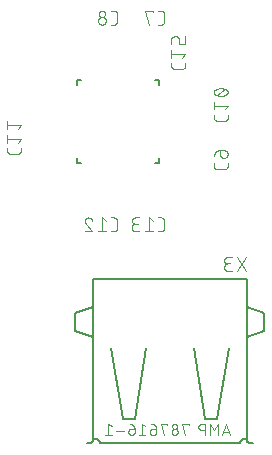
<source format=gbo>
G04 EAGLE Gerber RS-274X export*
G75*
%MOMM*%
%FSLAX34Y34*%
%LPD*%
%INBottom Silkscreen*%
%IPPOS*%
%AMOC8*
5,1,8,0,0,1.08239X$1,22.5*%
G01*
%ADD10C,0.127000*%
%ADD11C,0.101600*%
%ADD12C,0.203200*%
%ADD13C,0.076200*%


D10*
X150000Y306000D02*
X150000Y310000D01*
X146000Y310000D01*
X146000Y240000D02*
X150000Y240000D01*
X150000Y244000D01*
X80000Y244000D02*
X80000Y240000D01*
X84000Y240000D01*
X84000Y310000D02*
X80000Y310000D01*
X80000Y306000D01*
D11*
X148999Y357208D02*
X151596Y357208D01*
X151695Y357210D01*
X151795Y357216D01*
X151894Y357225D01*
X151992Y357238D01*
X152090Y357255D01*
X152188Y357276D01*
X152284Y357301D01*
X152379Y357329D01*
X152473Y357361D01*
X152566Y357396D01*
X152658Y357435D01*
X152748Y357478D01*
X152836Y357523D01*
X152923Y357573D01*
X153007Y357625D01*
X153090Y357681D01*
X153170Y357739D01*
X153248Y357801D01*
X153323Y357866D01*
X153396Y357934D01*
X153466Y358004D01*
X153534Y358077D01*
X153599Y358152D01*
X153661Y358230D01*
X153719Y358310D01*
X153775Y358393D01*
X153827Y358477D01*
X153877Y358564D01*
X153922Y358652D01*
X153965Y358742D01*
X154004Y358834D01*
X154039Y358927D01*
X154071Y359021D01*
X154099Y359116D01*
X154124Y359212D01*
X154145Y359310D01*
X154162Y359408D01*
X154175Y359506D01*
X154184Y359605D01*
X154190Y359705D01*
X154192Y359804D01*
X154192Y366296D01*
X154190Y366395D01*
X154184Y366495D01*
X154175Y366594D01*
X154162Y366692D01*
X154145Y366790D01*
X154124Y366888D01*
X154099Y366984D01*
X154071Y367079D01*
X154039Y367173D01*
X154004Y367266D01*
X153965Y367358D01*
X153922Y367448D01*
X153877Y367536D01*
X153827Y367623D01*
X153775Y367707D01*
X153719Y367790D01*
X153661Y367870D01*
X153599Y367948D01*
X153534Y368023D01*
X153466Y368096D01*
X153396Y368166D01*
X153323Y368234D01*
X153248Y368299D01*
X153170Y368361D01*
X153090Y368419D01*
X153007Y368475D01*
X152923Y368527D01*
X152836Y368577D01*
X152748Y368622D01*
X152658Y368665D01*
X152566Y368704D01*
X152473Y368739D01*
X152379Y368771D01*
X152284Y368799D01*
X152188Y368824D01*
X152090Y368845D01*
X151992Y368862D01*
X151894Y368875D01*
X151795Y368884D01*
X151695Y368890D01*
X151596Y368892D01*
X148999Y368892D01*
X144634Y368892D02*
X144634Y367594D01*
X144634Y368892D02*
X138143Y368892D01*
X141388Y357208D01*
X111596Y357208D02*
X108999Y357208D01*
X111596Y357208D02*
X111695Y357210D01*
X111795Y357216D01*
X111894Y357225D01*
X111992Y357238D01*
X112090Y357255D01*
X112188Y357276D01*
X112284Y357301D01*
X112379Y357329D01*
X112473Y357361D01*
X112566Y357396D01*
X112658Y357435D01*
X112748Y357478D01*
X112836Y357523D01*
X112923Y357573D01*
X113007Y357625D01*
X113090Y357681D01*
X113170Y357739D01*
X113248Y357801D01*
X113323Y357866D01*
X113396Y357934D01*
X113466Y358004D01*
X113534Y358077D01*
X113599Y358152D01*
X113661Y358230D01*
X113719Y358310D01*
X113775Y358393D01*
X113827Y358477D01*
X113877Y358564D01*
X113922Y358652D01*
X113965Y358742D01*
X114004Y358834D01*
X114039Y358927D01*
X114071Y359021D01*
X114099Y359116D01*
X114124Y359212D01*
X114145Y359310D01*
X114162Y359408D01*
X114175Y359506D01*
X114184Y359605D01*
X114190Y359705D01*
X114192Y359804D01*
X114192Y366296D01*
X114190Y366395D01*
X114184Y366495D01*
X114175Y366594D01*
X114162Y366692D01*
X114145Y366790D01*
X114124Y366888D01*
X114099Y366984D01*
X114071Y367079D01*
X114039Y367173D01*
X114004Y367266D01*
X113965Y367358D01*
X113922Y367448D01*
X113877Y367536D01*
X113827Y367623D01*
X113775Y367707D01*
X113719Y367790D01*
X113661Y367870D01*
X113599Y367948D01*
X113534Y368023D01*
X113466Y368096D01*
X113396Y368166D01*
X113323Y368234D01*
X113248Y368299D01*
X113170Y368361D01*
X113090Y368419D01*
X113007Y368475D01*
X112923Y368527D01*
X112836Y368577D01*
X112748Y368622D01*
X112658Y368665D01*
X112566Y368704D01*
X112473Y368739D01*
X112379Y368771D01*
X112284Y368799D01*
X112188Y368824D01*
X112090Y368845D01*
X111992Y368862D01*
X111894Y368875D01*
X111795Y368884D01*
X111695Y368890D01*
X111596Y368892D01*
X108999Y368892D01*
X104634Y360454D02*
X104632Y360567D01*
X104626Y360680D01*
X104616Y360793D01*
X104602Y360906D01*
X104585Y361018D01*
X104563Y361129D01*
X104538Y361239D01*
X104508Y361349D01*
X104475Y361457D01*
X104438Y361564D01*
X104398Y361670D01*
X104353Y361774D01*
X104305Y361877D01*
X104254Y361978D01*
X104199Y362077D01*
X104141Y362174D01*
X104079Y362269D01*
X104014Y362362D01*
X103946Y362452D01*
X103875Y362540D01*
X103800Y362626D01*
X103723Y362709D01*
X103643Y362789D01*
X103560Y362866D01*
X103474Y362941D01*
X103386Y363012D01*
X103296Y363080D01*
X103203Y363145D01*
X103108Y363207D01*
X103011Y363265D01*
X102912Y363320D01*
X102811Y363371D01*
X102708Y363419D01*
X102604Y363464D01*
X102498Y363504D01*
X102391Y363541D01*
X102283Y363574D01*
X102173Y363604D01*
X102063Y363629D01*
X101952Y363651D01*
X101840Y363668D01*
X101727Y363682D01*
X101614Y363692D01*
X101501Y363698D01*
X101388Y363700D01*
X101275Y363698D01*
X101162Y363692D01*
X101049Y363682D01*
X100936Y363668D01*
X100824Y363651D01*
X100713Y363629D01*
X100603Y363604D01*
X100493Y363574D01*
X100385Y363541D01*
X100278Y363504D01*
X100172Y363464D01*
X100068Y363419D01*
X99965Y363371D01*
X99864Y363320D01*
X99765Y363265D01*
X99668Y363207D01*
X99573Y363145D01*
X99480Y363080D01*
X99390Y363012D01*
X99302Y362941D01*
X99216Y362866D01*
X99133Y362789D01*
X99053Y362709D01*
X98976Y362626D01*
X98901Y362540D01*
X98830Y362452D01*
X98762Y362362D01*
X98697Y362269D01*
X98635Y362174D01*
X98577Y362077D01*
X98522Y361978D01*
X98471Y361877D01*
X98423Y361774D01*
X98378Y361670D01*
X98338Y361564D01*
X98301Y361457D01*
X98268Y361349D01*
X98238Y361239D01*
X98213Y361129D01*
X98191Y361018D01*
X98174Y360906D01*
X98160Y360793D01*
X98150Y360680D01*
X98144Y360567D01*
X98142Y360454D01*
X98144Y360341D01*
X98150Y360228D01*
X98160Y360115D01*
X98174Y360002D01*
X98191Y359890D01*
X98213Y359779D01*
X98238Y359669D01*
X98268Y359559D01*
X98301Y359451D01*
X98338Y359344D01*
X98378Y359238D01*
X98423Y359134D01*
X98471Y359031D01*
X98522Y358930D01*
X98577Y358831D01*
X98635Y358734D01*
X98697Y358639D01*
X98762Y358546D01*
X98830Y358456D01*
X98901Y358368D01*
X98976Y358282D01*
X99053Y358199D01*
X99133Y358119D01*
X99216Y358042D01*
X99302Y357967D01*
X99390Y357896D01*
X99480Y357828D01*
X99573Y357763D01*
X99668Y357701D01*
X99765Y357643D01*
X99864Y357588D01*
X99965Y357537D01*
X100068Y357489D01*
X100172Y357444D01*
X100278Y357404D01*
X100385Y357367D01*
X100493Y357334D01*
X100603Y357304D01*
X100713Y357279D01*
X100824Y357257D01*
X100936Y357240D01*
X101049Y357226D01*
X101162Y357216D01*
X101275Y357210D01*
X101388Y357208D01*
X101501Y357210D01*
X101614Y357216D01*
X101727Y357226D01*
X101840Y357240D01*
X101952Y357257D01*
X102063Y357279D01*
X102173Y357304D01*
X102283Y357334D01*
X102391Y357367D01*
X102498Y357404D01*
X102604Y357444D01*
X102708Y357489D01*
X102811Y357537D01*
X102912Y357588D01*
X103011Y357643D01*
X103108Y357701D01*
X103203Y357763D01*
X103296Y357828D01*
X103386Y357896D01*
X103474Y357967D01*
X103560Y358042D01*
X103643Y358119D01*
X103723Y358199D01*
X103800Y358282D01*
X103875Y358368D01*
X103946Y358456D01*
X104014Y358546D01*
X104079Y358639D01*
X104141Y358734D01*
X104199Y358831D01*
X104254Y358930D01*
X104305Y359031D01*
X104353Y359134D01*
X104398Y359238D01*
X104438Y359344D01*
X104475Y359451D01*
X104508Y359559D01*
X104538Y359669D01*
X104563Y359779D01*
X104585Y359890D01*
X104602Y360002D01*
X104616Y360115D01*
X104626Y360228D01*
X104632Y360341D01*
X104634Y360454D01*
X103984Y366296D02*
X103982Y366397D01*
X103976Y366497D01*
X103966Y366597D01*
X103953Y366697D01*
X103935Y366796D01*
X103914Y366895D01*
X103889Y366992D01*
X103860Y367089D01*
X103827Y367184D01*
X103791Y367278D01*
X103751Y367370D01*
X103708Y367461D01*
X103661Y367550D01*
X103611Y367637D01*
X103557Y367723D01*
X103500Y367806D01*
X103440Y367886D01*
X103377Y367965D01*
X103310Y368041D01*
X103241Y368114D01*
X103169Y368184D01*
X103095Y368252D01*
X103018Y368317D01*
X102938Y368378D01*
X102856Y368437D01*
X102772Y368492D01*
X102686Y368544D01*
X102598Y368593D01*
X102508Y368638D01*
X102416Y368680D01*
X102323Y368718D01*
X102228Y368752D01*
X102133Y368783D01*
X102036Y368810D01*
X101938Y368833D01*
X101839Y368853D01*
X101739Y368868D01*
X101639Y368880D01*
X101539Y368888D01*
X101438Y368892D01*
X101338Y368892D01*
X101237Y368888D01*
X101137Y368880D01*
X101037Y368868D01*
X100937Y368853D01*
X100838Y368833D01*
X100740Y368810D01*
X100643Y368783D01*
X100548Y368752D01*
X100453Y368718D01*
X100360Y368680D01*
X100268Y368638D01*
X100178Y368593D01*
X100090Y368544D01*
X100004Y368492D01*
X99920Y368437D01*
X99838Y368378D01*
X99758Y368317D01*
X99681Y368252D01*
X99607Y368184D01*
X99535Y368114D01*
X99466Y368041D01*
X99399Y367965D01*
X99336Y367886D01*
X99276Y367806D01*
X99219Y367723D01*
X99165Y367637D01*
X99115Y367550D01*
X99068Y367461D01*
X99025Y367370D01*
X98985Y367278D01*
X98949Y367184D01*
X98916Y367089D01*
X98887Y366992D01*
X98862Y366895D01*
X98841Y366796D01*
X98823Y366697D01*
X98810Y366597D01*
X98800Y366497D01*
X98794Y366397D01*
X98792Y366296D01*
X98794Y366195D01*
X98800Y366095D01*
X98810Y365995D01*
X98823Y365895D01*
X98841Y365796D01*
X98862Y365697D01*
X98887Y365600D01*
X98916Y365503D01*
X98949Y365408D01*
X98985Y365314D01*
X99025Y365222D01*
X99068Y365131D01*
X99115Y365042D01*
X99165Y364955D01*
X99219Y364869D01*
X99276Y364786D01*
X99336Y364706D01*
X99399Y364627D01*
X99466Y364551D01*
X99535Y364478D01*
X99607Y364408D01*
X99681Y364340D01*
X99758Y364275D01*
X99838Y364214D01*
X99920Y364155D01*
X100004Y364100D01*
X100090Y364048D01*
X100178Y363999D01*
X100268Y363954D01*
X100360Y363912D01*
X100453Y363874D01*
X100548Y363840D01*
X100643Y363809D01*
X100740Y363782D01*
X100838Y363759D01*
X100937Y363739D01*
X101037Y363724D01*
X101137Y363712D01*
X101237Y363704D01*
X101338Y363700D01*
X101438Y363700D01*
X101539Y363704D01*
X101639Y363712D01*
X101739Y363724D01*
X101839Y363739D01*
X101938Y363759D01*
X102036Y363782D01*
X102133Y363809D01*
X102228Y363840D01*
X102323Y363874D01*
X102416Y363912D01*
X102508Y363954D01*
X102598Y363999D01*
X102686Y364048D01*
X102772Y364100D01*
X102856Y364155D01*
X102938Y364214D01*
X103018Y364275D01*
X103095Y364340D01*
X103169Y364408D01*
X103241Y364478D01*
X103310Y364551D01*
X103377Y364627D01*
X103440Y364706D01*
X103500Y364786D01*
X103557Y364869D01*
X103611Y364955D01*
X103661Y365042D01*
X103708Y365131D01*
X103751Y365222D01*
X103791Y365314D01*
X103827Y365408D01*
X103860Y365503D01*
X103889Y365600D01*
X103914Y365697D01*
X103935Y365796D01*
X103953Y365895D01*
X103966Y365995D01*
X103976Y366095D01*
X103982Y366195D01*
X103984Y366296D01*
X196208Y240001D02*
X196208Y237404D01*
X196210Y237305D01*
X196216Y237205D01*
X196225Y237106D01*
X196238Y237008D01*
X196255Y236910D01*
X196276Y236812D01*
X196301Y236716D01*
X196329Y236621D01*
X196361Y236527D01*
X196396Y236434D01*
X196435Y236342D01*
X196478Y236252D01*
X196523Y236164D01*
X196573Y236077D01*
X196625Y235993D01*
X196681Y235910D01*
X196739Y235830D01*
X196801Y235752D01*
X196866Y235677D01*
X196934Y235604D01*
X197004Y235534D01*
X197077Y235466D01*
X197152Y235401D01*
X197230Y235339D01*
X197310Y235281D01*
X197393Y235225D01*
X197477Y235173D01*
X197564Y235123D01*
X197652Y235078D01*
X197742Y235035D01*
X197834Y234996D01*
X197927Y234961D01*
X198021Y234929D01*
X198116Y234901D01*
X198212Y234876D01*
X198310Y234855D01*
X198408Y234838D01*
X198506Y234825D01*
X198605Y234816D01*
X198705Y234810D01*
X198804Y234808D01*
X205296Y234808D01*
X205395Y234810D01*
X205495Y234816D01*
X205594Y234825D01*
X205692Y234838D01*
X205790Y234855D01*
X205888Y234876D01*
X205984Y234901D01*
X206079Y234929D01*
X206173Y234961D01*
X206266Y234996D01*
X206358Y235035D01*
X206448Y235078D01*
X206536Y235123D01*
X206623Y235173D01*
X206707Y235225D01*
X206790Y235281D01*
X206870Y235339D01*
X206948Y235401D01*
X207023Y235466D01*
X207096Y235534D01*
X207166Y235604D01*
X207234Y235677D01*
X207299Y235752D01*
X207361Y235830D01*
X207419Y235910D01*
X207475Y235993D01*
X207527Y236077D01*
X207577Y236164D01*
X207622Y236252D01*
X207665Y236342D01*
X207704Y236434D01*
X207739Y236526D01*
X207771Y236621D01*
X207799Y236716D01*
X207824Y236812D01*
X207845Y236910D01*
X207862Y237008D01*
X207875Y237106D01*
X207884Y237205D01*
X207890Y237305D01*
X207892Y237404D01*
X207892Y240001D01*
X201401Y246963D02*
X201401Y250857D01*
X201401Y246963D02*
X201403Y246864D01*
X201409Y246764D01*
X201418Y246665D01*
X201431Y246567D01*
X201448Y246469D01*
X201469Y246371D01*
X201494Y246275D01*
X201522Y246180D01*
X201554Y246086D01*
X201589Y245993D01*
X201628Y245901D01*
X201671Y245811D01*
X201716Y245723D01*
X201766Y245636D01*
X201818Y245552D01*
X201874Y245469D01*
X201932Y245389D01*
X201994Y245311D01*
X202059Y245236D01*
X202127Y245163D01*
X202197Y245093D01*
X202270Y245025D01*
X202345Y244960D01*
X202423Y244898D01*
X202503Y244840D01*
X202586Y244784D01*
X202670Y244732D01*
X202757Y244682D01*
X202845Y244637D01*
X202935Y244594D01*
X203027Y244555D01*
X203120Y244520D01*
X203214Y244488D01*
X203309Y244460D01*
X203405Y244435D01*
X203503Y244414D01*
X203601Y244397D01*
X203699Y244384D01*
X203798Y244375D01*
X203898Y244369D01*
X203997Y244367D01*
X203997Y244366D02*
X204646Y244366D01*
X204759Y244368D01*
X204872Y244374D01*
X204985Y244384D01*
X205098Y244398D01*
X205210Y244415D01*
X205321Y244437D01*
X205431Y244462D01*
X205541Y244492D01*
X205649Y244525D01*
X205756Y244562D01*
X205862Y244602D01*
X205966Y244647D01*
X206069Y244695D01*
X206170Y244746D01*
X206269Y244801D01*
X206366Y244859D01*
X206461Y244921D01*
X206554Y244986D01*
X206644Y245054D01*
X206732Y245125D01*
X206818Y245200D01*
X206901Y245277D01*
X206981Y245357D01*
X207058Y245440D01*
X207133Y245526D01*
X207204Y245614D01*
X207272Y245704D01*
X207337Y245797D01*
X207399Y245892D01*
X207457Y245989D01*
X207512Y246088D01*
X207563Y246189D01*
X207611Y246292D01*
X207656Y246396D01*
X207696Y246502D01*
X207733Y246609D01*
X207766Y246717D01*
X207796Y246827D01*
X207821Y246937D01*
X207843Y247048D01*
X207860Y247160D01*
X207874Y247273D01*
X207884Y247386D01*
X207890Y247499D01*
X207892Y247612D01*
X207890Y247725D01*
X207884Y247838D01*
X207874Y247951D01*
X207860Y248064D01*
X207843Y248176D01*
X207821Y248287D01*
X207796Y248397D01*
X207766Y248507D01*
X207733Y248615D01*
X207696Y248722D01*
X207656Y248828D01*
X207611Y248932D01*
X207563Y249035D01*
X207512Y249136D01*
X207457Y249235D01*
X207399Y249332D01*
X207337Y249427D01*
X207272Y249520D01*
X207204Y249610D01*
X207133Y249698D01*
X207058Y249784D01*
X206981Y249867D01*
X206901Y249947D01*
X206818Y250024D01*
X206732Y250099D01*
X206644Y250170D01*
X206554Y250238D01*
X206461Y250303D01*
X206366Y250365D01*
X206269Y250423D01*
X206170Y250478D01*
X206069Y250529D01*
X205966Y250577D01*
X205862Y250622D01*
X205756Y250662D01*
X205649Y250699D01*
X205541Y250732D01*
X205431Y250762D01*
X205321Y250787D01*
X205210Y250809D01*
X205098Y250826D01*
X204985Y250840D01*
X204872Y250850D01*
X204759Y250856D01*
X204646Y250858D01*
X204646Y250857D02*
X201401Y250857D01*
X201258Y250855D01*
X201115Y250849D01*
X200972Y250839D01*
X200830Y250825D01*
X200688Y250808D01*
X200546Y250786D01*
X200405Y250761D01*
X200265Y250731D01*
X200126Y250698D01*
X199988Y250661D01*
X199851Y250620D01*
X199715Y250576D01*
X199580Y250527D01*
X199447Y250475D01*
X199315Y250420D01*
X199185Y250360D01*
X199056Y250297D01*
X198929Y250231D01*
X198805Y250161D01*
X198682Y250088D01*
X198561Y250011D01*
X198442Y249931D01*
X198326Y249848D01*
X198211Y249762D01*
X198100Y249673D01*
X197990Y249580D01*
X197884Y249485D01*
X197780Y249386D01*
X197679Y249285D01*
X197580Y249181D01*
X197485Y249075D01*
X197392Y248965D01*
X197303Y248854D01*
X197217Y248739D01*
X197134Y248623D01*
X197054Y248504D01*
X196977Y248383D01*
X196904Y248261D01*
X196834Y248136D01*
X196768Y248009D01*
X196705Y247880D01*
X196645Y247750D01*
X196590Y247618D01*
X196538Y247485D01*
X196489Y247350D01*
X196445Y247214D01*
X196404Y247077D01*
X196367Y246939D01*
X196334Y246800D01*
X196304Y246660D01*
X196279Y246519D01*
X196257Y246377D01*
X196240Y246235D01*
X196226Y246093D01*
X196216Y245950D01*
X196210Y245807D01*
X196208Y245664D01*
X196208Y278404D02*
X196208Y281001D01*
X196208Y278404D02*
X196210Y278305D01*
X196216Y278205D01*
X196225Y278106D01*
X196238Y278008D01*
X196255Y277910D01*
X196276Y277812D01*
X196301Y277716D01*
X196329Y277621D01*
X196361Y277527D01*
X196396Y277434D01*
X196435Y277342D01*
X196478Y277252D01*
X196523Y277164D01*
X196573Y277077D01*
X196625Y276993D01*
X196681Y276910D01*
X196739Y276830D01*
X196801Y276752D01*
X196866Y276677D01*
X196934Y276604D01*
X197004Y276534D01*
X197077Y276466D01*
X197152Y276401D01*
X197230Y276339D01*
X197310Y276281D01*
X197393Y276225D01*
X197477Y276173D01*
X197564Y276123D01*
X197652Y276078D01*
X197742Y276035D01*
X197834Y275996D01*
X197927Y275961D01*
X198021Y275929D01*
X198116Y275901D01*
X198212Y275876D01*
X198310Y275855D01*
X198408Y275838D01*
X198506Y275825D01*
X198605Y275816D01*
X198705Y275810D01*
X198804Y275808D01*
X205296Y275808D01*
X205395Y275810D01*
X205495Y275816D01*
X205594Y275825D01*
X205692Y275838D01*
X205790Y275855D01*
X205888Y275876D01*
X205984Y275901D01*
X206079Y275929D01*
X206173Y275961D01*
X206266Y275996D01*
X206358Y276035D01*
X206448Y276078D01*
X206536Y276123D01*
X206623Y276173D01*
X206707Y276225D01*
X206790Y276281D01*
X206870Y276339D01*
X206948Y276401D01*
X207023Y276466D01*
X207096Y276534D01*
X207166Y276604D01*
X207234Y276677D01*
X207299Y276752D01*
X207361Y276830D01*
X207419Y276910D01*
X207475Y276993D01*
X207527Y277077D01*
X207577Y277164D01*
X207622Y277252D01*
X207665Y277342D01*
X207704Y277434D01*
X207739Y277526D01*
X207771Y277621D01*
X207799Y277716D01*
X207824Y277812D01*
X207845Y277910D01*
X207862Y278008D01*
X207875Y278106D01*
X207884Y278205D01*
X207890Y278305D01*
X207892Y278404D01*
X207892Y281001D01*
X205296Y285366D02*
X207892Y288612D01*
X196208Y288612D01*
X196208Y291857D02*
X196208Y285366D01*
X202050Y296797D02*
X202280Y296800D01*
X202510Y296808D01*
X202739Y296822D01*
X202968Y296841D01*
X203197Y296866D01*
X203424Y296896D01*
X203652Y296931D01*
X203878Y296972D01*
X204103Y297018D01*
X204327Y297070D01*
X204549Y297127D01*
X204771Y297189D01*
X204990Y297257D01*
X205208Y297330D01*
X205425Y297408D01*
X205639Y297491D01*
X205851Y297579D01*
X206061Y297672D01*
X206269Y297771D01*
X206269Y297770D02*
X206359Y297803D01*
X206448Y297839D01*
X206536Y297879D01*
X206621Y297923D01*
X206705Y297970D01*
X206787Y298020D01*
X206867Y298074D01*
X206944Y298130D01*
X207020Y298190D01*
X207093Y298253D01*
X207163Y298318D01*
X207231Y298387D01*
X207295Y298458D01*
X207357Y298531D01*
X207416Y298607D01*
X207472Y298685D01*
X207525Y298766D01*
X207574Y298848D01*
X207620Y298932D01*
X207663Y299019D01*
X207702Y299106D01*
X207738Y299196D01*
X207770Y299286D01*
X207798Y299378D01*
X207823Y299471D01*
X207844Y299565D01*
X207861Y299659D01*
X207875Y299754D01*
X207884Y299850D01*
X207890Y299946D01*
X207892Y300042D01*
X207890Y300138D01*
X207884Y300234D01*
X207875Y300330D01*
X207861Y300425D01*
X207844Y300519D01*
X207823Y300613D01*
X207798Y300706D01*
X207770Y300798D01*
X207738Y300888D01*
X207702Y300978D01*
X207663Y301065D01*
X207620Y301152D01*
X207574Y301236D01*
X207525Y301318D01*
X207472Y301399D01*
X207416Y301477D01*
X207357Y301553D01*
X207295Y301626D01*
X207231Y301697D01*
X207163Y301766D01*
X207093Y301831D01*
X207020Y301894D01*
X206944Y301954D01*
X206867Y302010D01*
X206787Y302064D01*
X206705Y302114D01*
X206621Y302161D01*
X206536Y302205D01*
X206448Y302245D01*
X206359Y302281D01*
X206269Y302314D01*
X206062Y302413D01*
X205852Y302506D01*
X205639Y302594D01*
X205425Y302677D01*
X205209Y302755D01*
X204991Y302828D01*
X204771Y302896D01*
X204550Y302958D01*
X204327Y303015D01*
X204103Y303067D01*
X203878Y303113D01*
X203652Y303154D01*
X203425Y303189D01*
X203197Y303219D01*
X202968Y303244D01*
X202739Y303263D01*
X202510Y303277D01*
X202280Y303285D01*
X202050Y303288D01*
X202050Y296796D02*
X201820Y296799D01*
X201590Y296807D01*
X201361Y296821D01*
X201132Y296840D01*
X200903Y296865D01*
X200675Y296895D01*
X200448Y296930D01*
X200222Y296971D01*
X199997Y297017D01*
X199773Y297069D01*
X199550Y297126D01*
X199329Y297188D01*
X199109Y297256D01*
X198891Y297329D01*
X198675Y297407D01*
X198461Y297490D01*
X198249Y297578D01*
X198038Y297671D01*
X197831Y297770D01*
X197741Y297803D01*
X197652Y297839D01*
X197564Y297880D01*
X197479Y297923D01*
X197395Y297970D01*
X197313Y298020D01*
X197233Y298074D01*
X197156Y298130D01*
X197080Y298190D01*
X197007Y298253D01*
X196937Y298318D01*
X196869Y298387D01*
X196805Y298458D01*
X196743Y298531D01*
X196684Y298607D01*
X196628Y298685D01*
X196575Y298766D01*
X196526Y298848D01*
X196480Y298932D01*
X196437Y299019D01*
X196398Y299106D01*
X196362Y299196D01*
X196330Y299286D01*
X196302Y299378D01*
X196277Y299471D01*
X196256Y299565D01*
X196239Y299659D01*
X196225Y299754D01*
X196216Y299850D01*
X196210Y299946D01*
X196208Y300042D01*
X197831Y302314D02*
X198038Y302413D01*
X198249Y302506D01*
X198461Y302594D01*
X198675Y302677D01*
X198891Y302755D01*
X199109Y302828D01*
X199329Y302896D01*
X199550Y302958D01*
X199773Y303015D01*
X199997Y303067D01*
X200222Y303113D01*
X200448Y303154D01*
X200675Y303189D01*
X200903Y303219D01*
X201132Y303244D01*
X201361Y303263D01*
X201590Y303277D01*
X201820Y303285D01*
X202050Y303288D01*
X197831Y302314D02*
X197741Y302281D01*
X197652Y302245D01*
X197564Y302205D01*
X197479Y302161D01*
X197395Y302114D01*
X197313Y302064D01*
X197233Y302010D01*
X197156Y301954D01*
X197080Y301894D01*
X197007Y301831D01*
X196937Y301766D01*
X196869Y301697D01*
X196805Y301626D01*
X196743Y301553D01*
X196684Y301477D01*
X196628Y301399D01*
X196575Y301318D01*
X196526Y301236D01*
X196480Y301152D01*
X196437Y301065D01*
X196398Y300978D01*
X196362Y300888D01*
X196330Y300798D01*
X196302Y300706D01*
X196277Y300613D01*
X196256Y300519D01*
X196239Y300425D01*
X196225Y300330D01*
X196216Y300234D01*
X196210Y300138D01*
X196208Y300042D01*
X198804Y297445D02*
X205296Y302638D01*
X21108Y252906D02*
X21108Y250309D01*
X21110Y250210D01*
X21116Y250110D01*
X21125Y250011D01*
X21138Y249913D01*
X21155Y249815D01*
X21176Y249717D01*
X21201Y249621D01*
X21229Y249526D01*
X21261Y249432D01*
X21296Y249339D01*
X21335Y249247D01*
X21378Y249157D01*
X21423Y249069D01*
X21473Y248982D01*
X21525Y248898D01*
X21581Y248815D01*
X21639Y248735D01*
X21701Y248657D01*
X21766Y248582D01*
X21834Y248509D01*
X21904Y248439D01*
X21977Y248371D01*
X22052Y248306D01*
X22130Y248244D01*
X22210Y248186D01*
X22293Y248130D01*
X22377Y248078D01*
X22464Y248028D01*
X22552Y247983D01*
X22642Y247940D01*
X22734Y247901D01*
X22827Y247866D01*
X22921Y247834D01*
X23016Y247806D01*
X23112Y247781D01*
X23210Y247760D01*
X23308Y247743D01*
X23406Y247730D01*
X23505Y247721D01*
X23605Y247715D01*
X23704Y247713D01*
X30196Y247713D01*
X30295Y247715D01*
X30395Y247721D01*
X30494Y247730D01*
X30592Y247743D01*
X30690Y247760D01*
X30788Y247781D01*
X30884Y247806D01*
X30979Y247834D01*
X31073Y247866D01*
X31166Y247901D01*
X31258Y247940D01*
X31348Y247983D01*
X31436Y248028D01*
X31523Y248078D01*
X31607Y248130D01*
X31690Y248186D01*
X31770Y248244D01*
X31848Y248306D01*
X31923Y248371D01*
X31996Y248439D01*
X32066Y248509D01*
X32134Y248582D01*
X32199Y248657D01*
X32261Y248735D01*
X32319Y248815D01*
X32375Y248898D01*
X32427Y248982D01*
X32477Y249069D01*
X32522Y249157D01*
X32565Y249247D01*
X32604Y249339D01*
X32639Y249431D01*
X32671Y249526D01*
X32699Y249621D01*
X32724Y249717D01*
X32745Y249815D01*
X32762Y249913D01*
X32775Y250011D01*
X32784Y250110D01*
X32790Y250210D01*
X32792Y250309D01*
X32792Y252906D01*
X30196Y257271D02*
X32792Y260516D01*
X21108Y260516D01*
X21108Y257271D02*
X21108Y263762D01*
X30196Y268701D02*
X32792Y271946D01*
X21108Y271946D01*
X21108Y268701D02*
X21108Y275192D01*
X108999Y182208D02*
X111596Y182208D01*
X111695Y182210D01*
X111795Y182216D01*
X111894Y182225D01*
X111992Y182238D01*
X112090Y182255D01*
X112188Y182276D01*
X112284Y182301D01*
X112379Y182329D01*
X112473Y182361D01*
X112566Y182396D01*
X112658Y182435D01*
X112748Y182478D01*
X112836Y182523D01*
X112923Y182573D01*
X113007Y182625D01*
X113090Y182681D01*
X113170Y182739D01*
X113248Y182801D01*
X113323Y182866D01*
X113396Y182934D01*
X113466Y183004D01*
X113534Y183077D01*
X113599Y183152D01*
X113661Y183230D01*
X113719Y183310D01*
X113775Y183393D01*
X113827Y183477D01*
X113877Y183564D01*
X113922Y183652D01*
X113965Y183742D01*
X114004Y183834D01*
X114039Y183927D01*
X114071Y184021D01*
X114099Y184116D01*
X114124Y184212D01*
X114145Y184310D01*
X114162Y184408D01*
X114175Y184506D01*
X114184Y184605D01*
X114190Y184705D01*
X114192Y184804D01*
X114192Y191296D01*
X114190Y191395D01*
X114184Y191495D01*
X114175Y191594D01*
X114162Y191692D01*
X114145Y191790D01*
X114124Y191888D01*
X114099Y191984D01*
X114071Y192079D01*
X114039Y192173D01*
X114004Y192266D01*
X113965Y192358D01*
X113922Y192448D01*
X113877Y192536D01*
X113827Y192623D01*
X113775Y192707D01*
X113719Y192790D01*
X113661Y192870D01*
X113599Y192948D01*
X113534Y193023D01*
X113466Y193096D01*
X113396Y193166D01*
X113323Y193234D01*
X113248Y193299D01*
X113170Y193361D01*
X113090Y193419D01*
X113007Y193475D01*
X112923Y193527D01*
X112836Y193577D01*
X112748Y193622D01*
X112658Y193665D01*
X112566Y193704D01*
X112473Y193739D01*
X112379Y193771D01*
X112284Y193799D01*
X112188Y193824D01*
X112090Y193845D01*
X111992Y193862D01*
X111894Y193875D01*
X111795Y193884D01*
X111695Y193890D01*
X111596Y193892D01*
X108999Y193892D01*
X104634Y191296D02*
X101388Y193892D01*
X101388Y182208D01*
X98143Y182208D02*
X104634Y182208D01*
X89634Y193892D02*
X89527Y193890D01*
X89421Y193884D01*
X89315Y193874D01*
X89209Y193861D01*
X89103Y193843D01*
X88999Y193822D01*
X88895Y193797D01*
X88792Y193768D01*
X88691Y193736D01*
X88591Y193699D01*
X88492Y193659D01*
X88394Y193616D01*
X88298Y193569D01*
X88204Y193518D01*
X88112Y193464D01*
X88022Y193407D01*
X87934Y193347D01*
X87849Y193283D01*
X87766Y193216D01*
X87685Y193146D01*
X87607Y193074D01*
X87531Y192998D01*
X87459Y192920D01*
X87389Y192839D01*
X87322Y192756D01*
X87258Y192671D01*
X87198Y192583D01*
X87141Y192493D01*
X87087Y192401D01*
X87036Y192307D01*
X86989Y192211D01*
X86946Y192113D01*
X86906Y192014D01*
X86869Y191914D01*
X86837Y191813D01*
X86808Y191710D01*
X86783Y191606D01*
X86762Y191502D01*
X86744Y191396D01*
X86731Y191290D01*
X86721Y191184D01*
X86715Y191078D01*
X86713Y190971D01*
X89634Y193892D02*
X89755Y193890D01*
X89876Y193884D01*
X89996Y193874D01*
X90117Y193861D01*
X90236Y193843D01*
X90356Y193822D01*
X90474Y193797D01*
X90591Y193768D01*
X90708Y193735D01*
X90823Y193699D01*
X90937Y193658D01*
X91050Y193615D01*
X91162Y193567D01*
X91271Y193516D01*
X91379Y193461D01*
X91486Y193403D01*
X91590Y193342D01*
X91692Y193277D01*
X91792Y193209D01*
X91890Y193138D01*
X91986Y193064D01*
X92079Y192987D01*
X92169Y192906D01*
X92257Y192823D01*
X92342Y192737D01*
X92425Y192648D01*
X92504Y192557D01*
X92581Y192463D01*
X92654Y192367D01*
X92724Y192269D01*
X92791Y192168D01*
X92855Y192065D01*
X92916Y191960D01*
X92973Y191853D01*
X93026Y191745D01*
X93076Y191635D01*
X93122Y191523D01*
X93165Y191410D01*
X93204Y191295D01*
X87687Y188699D02*
X87608Y188777D01*
X87532Y188857D01*
X87459Y188940D01*
X87389Y189026D01*
X87322Y189113D01*
X87258Y189204D01*
X87198Y189296D01*
X87140Y189390D01*
X87086Y189487D01*
X87036Y189585D01*
X86989Y189685D01*
X86945Y189786D01*
X86905Y189889D01*
X86869Y189994D01*
X86837Y190099D01*
X86808Y190206D01*
X86783Y190313D01*
X86761Y190422D01*
X86744Y190531D01*
X86730Y190640D01*
X86721Y190750D01*
X86715Y190861D01*
X86713Y190971D01*
X87686Y188699D02*
X93204Y182208D01*
X86713Y182208D01*
X148999Y182208D02*
X151596Y182208D01*
X151695Y182210D01*
X151795Y182216D01*
X151894Y182225D01*
X151992Y182238D01*
X152090Y182255D01*
X152188Y182276D01*
X152284Y182301D01*
X152379Y182329D01*
X152473Y182361D01*
X152566Y182396D01*
X152658Y182435D01*
X152748Y182478D01*
X152836Y182523D01*
X152923Y182573D01*
X153007Y182625D01*
X153090Y182681D01*
X153170Y182739D01*
X153248Y182801D01*
X153323Y182866D01*
X153396Y182934D01*
X153466Y183004D01*
X153534Y183077D01*
X153599Y183152D01*
X153661Y183230D01*
X153719Y183310D01*
X153775Y183393D01*
X153827Y183477D01*
X153877Y183564D01*
X153922Y183652D01*
X153965Y183742D01*
X154004Y183834D01*
X154039Y183927D01*
X154071Y184021D01*
X154099Y184116D01*
X154124Y184212D01*
X154145Y184310D01*
X154162Y184408D01*
X154175Y184506D01*
X154184Y184605D01*
X154190Y184705D01*
X154192Y184804D01*
X154192Y191296D01*
X154190Y191395D01*
X154184Y191495D01*
X154175Y191594D01*
X154162Y191692D01*
X154145Y191790D01*
X154124Y191888D01*
X154099Y191984D01*
X154071Y192079D01*
X154039Y192173D01*
X154004Y192266D01*
X153965Y192358D01*
X153922Y192448D01*
X153877Y192536D01*
X153827Y192623D01*
X153775Y192707D01*
X153719Y192790D01*
X153661Y192870D01*
X153599Y192948D01*
X153534Y193023D01*
X153466Y193096D01*
X153396Y193166D01*
X153323Y193234D01*
X153248Y193299D01*
X153170Y193361D01*
X153090Y193419D01*
X153007Y193475D01*
X152923Y193527D01*
X152836Y193577D01*
X152748Y193622D01*
X152658Y193665D01*
X152566Y193704D01*
X152473Y193739D01*
X152379Y193771D01*
X152284Y193799D01*
X152188Y193824D01*
X152090Y193845D01*
X151992Y193862D01*
X151894Y193875D01*
X151795Y193884D01*
X151695Y193890D01*
X151596Y193892D01*
X148999Y193892D01*
X144634Y191296D02*
X141388Y193892D01*
X141388Y182208D01*
X138143Y182208D02*
X144634Y182208D01*
X133204Y182208D02*
X129958Y182208D01*
X129845Y182210D01*
X129732Y182216D01*
X129619Y182226D01*
X129506Y182240D01*
X129394Y182257D01*
X129283Y182279D01*
X129173Y182304D01*
X129063Y182334D01*
X128955Y182367D01*
X128848Y182404D01*
X128742Y182444D01*
X128638Y182489D01*
X128535Y182537D01*
X128434Y182588D01*
X128335Y182643D01*
X128238Y182701D01*
X128143Y182763D01*
X128050Y182828D01*
X127960Y182896D01*
X127872Y182967D01*
X127786Y183042D01*
X127703Y183119D01*
X127623Y183199D01*
X127546Y183282D01*
X127471Y183368D01*
X127400Y183456D01*
X127332Y183546D01*
X127267Y183639D01*
X127205Y183734D01*
X127147Y183831D01*
X127092Y183930D01*
X127041Y184031D01*
X126993Y184134D01*
X126948Y184238D01*
X126908Y184344D01*
X126871Y184451D01*
X126838Y184559D01*
X126808Y184669D01*
X126783Y184779D01*
X126761Y184890D01*
X126744Y185002D01*
X126730Y185115D01*
X126720Y185228D01*
X126714Y185341D01*
X126712Y185454D01*
X126714Y185567D01*
X126720Y185680D01*
X126730Y185793D01*
X126744Y185906D01*
X126761Y186018D01*
X126783Y186129D01*
X126808Y186239D01*
X126838Y186349D01*
X126871Y186457D01*
X126908Y186564D01*
X126948Y186670D01*
X126993Y186774D01*
X127041Y186877D01*
X127092Y186978D01*
X127147Y187077D01*
X127205Y187174D01*
X127267Y187269D01*
X127332Y187362D01*
X127400Y187452D01*
X127471Y187540D01*
X127546Y187626D01*
X127623Y187709D01*
X127703Y187789D01*
X127786Y187866D01*
X127872Y187941D01*
X127960Y188012D01*
X128050Y188080D01*
X128143Y188145D01*
X128238Y188207D01*
X128335Y188265D01*
X128434Y188320D01*
X128535Y188371D01*
X128638Y188419D01*
X128742Y188464D01*
X128848Y188504D01*
X128955Y188541D01*
X129063Y188574D01*
X129173Y188604D01*
X129283Y188629D01*
X129394Y188651D01*
X129506Y188668D01*
X129619Y188682D01*
X129732Y188692D01*
X129845Y188698D01*
X129958Y188700D01*
X129309Y193892D02*
X133204Y193892D01*
X129309Y193892D02*
X129208Y193890D01*
X129108Y193884D01*
X129008Y193874D01*
X128908Y193861D01*
X128809Y193843D01*
X128710Y193822D01*
X128613Y193797D01*
X128516Y193768D01*
X128421Y193735D01*
X128327Y193699D01*
X128235Y193659D01*
X128144Y193616D01*
X128055Y193569D01*
X127968Y193519D01*
X127882Y193465D01*
X127799Y193408D01*
X127719Y193348D01*
X127640Y193285D01*
X127564Y193218D01*
X127491Y193149D01*
X127421Y193077D01*
X127353Y193003D01*
X127288Y192926D01*
X127227Y192846D01*
X127168Y192764D01*
X127113Y192680D01*
X127061Y192594D01*
X127012Y192506D01*
X126967Y192416D01*
X126925Y192324D01*
X126887Y192231D01*
X126853Y192136D01*
X126822Y192041D01*
X126795Y191944D01*
X126772Y191846D01*
X126752Y191747D01*
X126737Y191647D01*
X126725Y191547D01*
X126717Y191447D01*
X126713Y191346D01*
X126713Y191246D01*
X126717Y191145D01*
X126725Y191045D01*
X126737Y190945D01*
X126752Y190845D01*
X126772Y190746D01*
X126795Y190648D01*
X126822Y190551D01*
X126853Y190456D01*
X126887Y190361D01*
X126925Y190268D01*
X126967Y190176D01*
X127012Y190086D01*
X127061Y189998D01*
X127113Y189912D01*
X127168Y189828D01*
X127227Y189746D01*
X127288Y189666D01*
X127353Y189589D01*
X127421Y189515D01*
X127491Y189443D01*
X127564Y189374D01*
X127640Y189307D01*
X127719Y189244D01*
X127799Y189184D01*
X127882Y189127D01*
X127968Y189073D01*
X128055Y189023D01*
X128144Y188976D01*
X128235Y188933D01*
X128327Y188893D01*
X128421Y188857D01*
X128516Y188824D01*
X128613Y188795D01*
X128710Y188770D01*
X128809Y188749D01*
X128908Y188731D01*
X129008Y188718D01*
X129108Y188708D01*
X129208Y188702D01*
X129309Y188700D01*
X129309Y188699D02*
X131906Y188699D01*
X160108Y322309D02*
X160108Y324906D01*
X160108Y322309D02*
X160110Y322210D01*
X160116Y322110D01*
X160125Y322011D01*
X160138Y321913D01*
X160155Y321815D01*
X160176Y321717D01*
X160201Y321621D01*
X160229Y321526D01*
X160261Y321432D01*
X160296Y321339D01*
X160335Y321247D01*
X160378Y321157D01*
X160423Y321069D01*
X160473Y320982D01*
X160525Y320898D01*
X160581Y320815D01*
X160639Y320735D01*
X160701Y320657D01*
X160766Y320582D01*
X160834Y320509D01*
X160904Y320439D01*
X160977Y320371D01*
X161052Y320306D01*
X161130Y320244D01*
X161210Y320186D01*
X161293Y320130D01*
X161377Y320078D01*
X161464Y320028D01*
X161552Y319983D01*
X161642Y319940D01*
X161734Y319901D01*
X161827Y319866D01*
X161921Y319834D01*
X162016Y319806D01*
X162112Y319781D01*
X162210Y319760D01*
X162308Y319743D01*
X162406Y319730D01*
X162505Y319721D01*
X162605Y319715D01*
X162704Y319713D01*
X169196Y319713D01*
X169295Y319715D01*
X169395Y319721D01*
X169494Y319730D01*
X169592Y319743D01*
X169690Y319760D01*
X169788Y319781D01*
X169884Y319806D01*
X169979Y319834D01*
X170073Y319866D01*
X170166Y319901D01*
X170258Y319940D01*
X170348Y319983D01*
X170436Y320028D01*
X170523Y320078D01*
X170607Y320130D01*
X170690Y320186D01*
X170770Y320244D01*
X170848Y320306D01*
X170923Y320371D01*
X170996Y320439D01*
X171066Y320509D01*
X171134Y320582D01*
X171199Y320657D01*
X171261Y320735D01*
X171319Y320815D01*
X171375Y320898D01*
X171427Y320982D01*
X171477Y321069D01*
X171522Y321157D01*
X171565Y321247D01*
X171604Y321339D01*
X171639Y321431D01*
X171671Y321526D01*
X171699Y321621D01*
X171724Y321717D01*
X171745Y321815D01*
X171762Y321913D01*
X171775Y322011D01*
X171784Y322110D01*
X171790Y322210D01*
X171792Y322309D01*
X171792Y324906D01*
X169196Y329271D02*
X171792Y332516D01*
X160108Y332516D01*
X160108Y329271D02*
X160108Y335762D01*
X160108Y340701D02*
X160108Y344596D01*
X160110Y344695D01*
X160116Y344795D01*
X160125Y344894D01*
X160138Y344992D01*
X160155Y345090D01*
X160176Y345188D01*
X160201Y345284D01*
X160229Y345379D01*
X160261Y345473D01*
X160296Y345566D01*
X160335Y345658D01*
X160378Y345748D01*
X160423Y345836D01*
X160473Y345923D01*
X160525Y346007D01*
X160581Y346090D01*
X160639Y346170D01*
X160701Y346248D01*
X160766Y346323D01*
X160834Y346396D01*
X160904Y346466D01*
X160977Y346534D01*
X161052Y346599D01*
X161130Y346661D01*
X161210Y346719D01*
X161293Y346775D01*
X161377Y346827D01*
X161464Y346877D01*
X161552Y346922D01*
X161642Y346965D01*
X161734Y347004D01*
X161827Y347039D01*
X161921Y347071D01*
X162016Y347099D01*
X162112Y347124D01*
X162210Y347145D01*
X162308Y347162D01*
X162406Y347175D01*
X162505Y347184D01*
X162605Y347190D01*
X162704Y347192D01*
X164003Y347192D01*
X164102Y347190D01*
X164202Y347184D01*
X164301Y347175D01*
X164399Y347162D01*
X164497Y347145D01*
X164595Y347124D01*
X164691Y347099D01*
X164786Y347071D01*
X164880Y347039D01*
X164973Y347004D01*
X165065Y346965D01*
X165155Y346922D01*
X165243Y346877D01*
X165330Y346827D01*
X165414Y346775D01*
X165497Y346719D01*
X165577Y346661D01*
X165655Y346599D01*
X165730Y346534D01*
X165803Y346466D01*
X165873Y346396D01*
X165941Y346323D01*
X166006Y346248D01*
X166068Y346170D01*
X166126Y346090D01*
X166182Y346007D01*
X166234Y345923D01*
X166284Y345836D01*
X166329Y345748D01*
X166372Y345658D01*
X166411Y345566D01*
X166446Y345473D01*
X166478Y345379D01*
X166506Y345284D01*
X166531Y345188D01*
X166552Y345090D01*
X166569Y344992D01*
X166582Y344894D01*
X166591Y344795D01*
X166597Y344695D01*
X166599Y344596D01*
X166599Y340701D01*
X171792Y340701D01*
X171792Y347192D01*
D12*
X224000Y6000D02*
X223999Y6000D01*
X221000Y6000D01*
X218000Y3000D02*
X100000Y3000D01*
X97000Y6000D02*
X94000Y6000D01*
X94000Y93000D01*
X94000Y118000D01*
X94000Y142000D01*
X224000Y142000D01*
X224000Y118000D01*
X224000Y93000D01*
X224000Y6000D01*
X223999Y6000D02*
X224001Y5893D01*
X224007Y5786D01*
X224016Y5679D01*
X224030Y5573D01*
X224047Y5467D01*
X224068Y5362D01*
X224092Y5258D01*
X224121Y5155D01*
X224153Y5053D01*
X224188Y4952D01*
X224227Y4852D01*
X224270Y4754D01*
X224316Y4657D01*
X224366Y4562D01*
X224419Y4469D01*
X224475Y4378D01*
X224535Y4289D01*
X224597Y4202D01*
X224663Y4118D01*
X224732Y4035D01*
X224803Y3956D01*
X224878Y3879D01*
X224955Y3804D01*
X225034Y3733D01*
X225117Y3664D01*
X225201Y3598D01*
X225288Y3536D01*
X225377Y3476D01*
X225468Y3420D01*
X225561Y3367D01*
X225656Y3317D01*
X225753Y3271D01*
X225851Y3228D01*
X225951Y3189D01*
X226052Y3154D01*
X226154Y3122D01*
X226257Y3093D01*
X226361Y3069D01*
X226466Y3048D01*
X226572Y3031D01*
X226678Y3017D01*
X226785Y3008D01*
X226892Y3002D01*
X226999Y3000D01*
X227000Y3000D02*
X229000Y3000D01*
X221000Y6000D02*
X220893Y5998D01*
X220786Y5992D01*
X220679Y5983D01*
X220573Y5969D01*
X220467Y5952D01*
X220362Y5931D01*
X220258Y5907D01*
X220155Y5878D01*
X220053Y5846D01*
X219952Y5811D01*
X219852Y5772D01*
X219754Y5729D01*
X219657Y5683D01*
X219562Y5633D01*
X219469Y5580D01*
X219378Y5524D01*
X219289Y5464D01*
X219202Y5402D01*
X219118Y5336D01*
X219035Y5267D01*
X218956Y5196D01*
X218879Y5121D01*
X218804Y5044D01*
X218733Y4965D01*
X218664Y4882D01*
X218598Y4798D01*
X218536Y4711D01*
X218476Y4622D01*
X218420Y4531D01*
X218367Y4438D01*
X218317Y4343D01*
X218271Y4246D01*
X218228Y4148D01*
X218189Y4048D01*
X218154Y3947D01*
X218122Y3845D01*
X218093Y3742D01*
X218069Y3638D01*
X218048Y3533D01*
X218031Y3427D01*
X218017Y3321D01*
X218008Y3214D01*
X218002Y3107D01*
X218000Y3000D01*
X94000Y6000D02*
X93998Y5893D01*
X93992Y5786D01*
X93983Y5679D01*
X93969Y5573D01*
X93952Y5467D01*
X93931Y5362D01*
X93907Y5258D01*
X93878Y5155D01*
X93846Y5053D01*
X93811Y4952D01*
X93772Y4852D01*
X93729Y4754D01*
X93683Y4657D01*
X93633Y4562D01*
X93580Y4469D01*
X93524Y4378D01*
X93464Y4289D01*
X93402Y4202D01*
X93336Y4118D01*
X93267Y4035D01*
X93196Y3956D01*
X93121Y3879D01*
X93044Y3804D01*
X92965Y3733D01*
X92882Y3664D01*
X92798Y3598D01*
X92711Y3536D01*
X92622Y3476D01*
X92531Y3420D01*
X92438Y3367D01*
X92343Y3317D01*
X92246Y3271D01*
X92148Y3228D01*
X92048Y3189D01*
X91947Y3154D01*
X91845Y3122D01*
X91742Y3093D01*
X91638Y3069D01*
X91533Y3048D01*
X91427Y3031D01*
X91321Y3017D01*
X91214Y3008D01*
X91107Y3002D01*
X91000Y3000D01*
X97000Y6001D02*
X97107Y5999D01*
X97214Y5993D01*
X97321Y5984D01*
X97427Y5970D01*
X97533Y5953D01*
X97638Y5932D01*
X97742Y5908D01*
X97845Y5879D01*
X97947Y5847D01*
X98048Y5812D01*
X98148Y5772D01*
X98246Y5730D01*
X98343Y5683D01*
X98438Y5634D01*
X98531Y5581D01*
X98622Y5524D01*
X98711Y5465D01*
X98798Y5402D01*
X98882Y5336D01*
X98965Y5268D01*
X99044Y5196D01*
X99121Y5122D01*
X99196Y5045D01*
X99267Y4965D01*
X99336Y4883D01*
X99402Y4798D01*
X99464Y4711D01*
X99524Y4622D01*
X99580Y4531D01*
X99633Y4438D01*
X99683Y4343D01*
X99729Y4246D01*
X99772Y4148D01*
X99811Y4049D01*
X99846Y3948D01*
X99878Y3845D01*
X99907Y3742D01*
X99931Y3638D01*
X99952Y3533D01*
X99969Y3427D01*
X99983Y3321D01*
X99992Y3214D01*
X99998Y3107D01*
X100000Y3000D01*
X199000Y23000D02*
X209000Y83000D01*
X199000Y23000D02*
X189000Y23000D01*
X179000Y83000D01*
X109000Y83000D02*
X119000Y23000D01*
X129000Y23000D01*
X139000Y83000D01*
X224000Y118000D02*
X239000Y113000D01*
X239000Y98000D01*
X224000Y93000D01*
X94000Y118000D02*
X79000Y113000D01*
X79000Y98000D01*
X94000Y93000D01*
X91000Y3000D02*
X89000Y3000D01*
D13*
X206286Y19129D02*
X209419Y9731D01*
X203154Y9731D02*
X206286Y19129D01*
X203937Y12081D02*
X208636Y12081D01*
X199361Y9731D02*
X199361Y19129D01*
X196228Y13908D01*
X193095Y19129D01*
X193095Y9731D01*
X188344Y9731D02*
X188344Y19129D01*
X185734Y19129D01*
X185633Y19127D01*
X185532Y19121D01*
X185431Y19111D01*
X185331Y19098D01*
X185231Y19080D01*
X185132Y19059D01*
X185034Y19033D01*
X184937Y19004D01*
X184841Y18972D01*
X184747Y18935D01*
X184654Y18895D01*
X184562Y18851D01*
X184473Y18804D01*
X184385Y18753D01*
X184299Y18699D01*
X184216Y18642D01*
X184134Y18582D01*
X184056Y18518D01*
X183979Y18452D01*
X183906Y18382D01*
X183835Y18310D01*
X183767Y18235D01*
X183702Y18157D01*
X183640Y18077D01*
X183581Y17995D01*
X183525Y17910D01*
X183473Y17824D01*
X183424Y17735D01*
X183378Y17644D01*
X183337Y17552D01*
X183298Y17458D01*
X183264Y17363D01*
X183233Y17267D01*
X183206Y17169D01*
X183182Y17071D01*
X183163Y16971D01*
X183147Y16871D01*
X183135Y16771D01*
X183127Y16670D01*
X183123Y16569D01*
X183123Y16467D01*
X183127Y16366D01*
X183135Y16265D01*
X183147Y16165D01*
X183163Y16065D01*
X183182Y15965D01*
X183206Y15867D01*
X183233Y15769D01*
X183264Y15673D01*
X183298Y15578D01*
X183337Y15484D01*
X183378Y15392D01*
X183424Y15301D01*
X183473Y15213D01*
X183525Y15126D01*
X183581Y15041D01*
X183640Y14959D01*
X183702Y14879D01*
X183767Y14801D01*
X183835Y14726D01*
X183906Y14654D01*
X183979Y14584D01*
X184056Y14518D01*
X184134Y14454D01*
X184216Y14394D01*
X184299Y14337D01*
X184385Y14283D01*
X184473Y14232D01*
X184562Y14185D01*
X184654Y14141D01*
X184747Y14101D01*
X184841Y14064D01*
X184937Y14032D01*
X185034Y14003D01*
X185132Y13977D01*
X185231Y13956D01*
X185331Y13938D01*
X185431Y13925D01*
X185532Y13915D01*
X185633Y13909D01*
X185734Y13907D01*
X185734Y13908D02*
X188344Y13908D01*
X174759Y18085D02*
X174759Y19129D01*
X169538Y19129D01*
X172149Y9731D01*
X165616Y12342D02*
X165614Y12443D01*
X165608Y12544D01*
X165598Y12645D01*
X165585Y12745D01*
X165567Y12845D01*
X165546Y12944D01*
X165520Y13042D01*
X165491Y13139D01*
X165459Y13235D01*
X165422Y13329D01*
X165382Y13422D01*
X165338Y13514D01*
X165291Y13603D01*
X165240Y13691D01*
X165186Y13777D01*
X165129Y13860D01*
X165069Y13942D01*
X165005Y14020D01*
X164939Y14097D01*
X164869Y14170D01*
X164797Y14241D01*
X164722Y14309D01*
X164644Y14374D01*
X164564Y14436D01*
X164482Y14495D01*
X164397Y14551D01*
X164311Y14603D01*
X164222Y14652D01*
X164131Y14698D01*
X164039Y14739D01*
X163945Y14778D01*
X163850Y14812D01*
X163754Y14843D01*
X163656Y14870D01*
X163558Y14894D01*
X163458Y14913D01*
X163358Y14929D01*
X163258Y14941D01*
X163157Y14949D01*
X163056Y14953D01*
X162954Y14953D01*
X162853Y14949D01*
X162752Y14941D01*
X162652Y14929D01*
X162552Y14913D01*
X162452Y14894D01*
X162354Y14870D01*
X162256Y14843D01*
X162160Y14812D01*
X162065Y14778D01*
X161971Y14739D01*
X161879Y14698D01*
X161788Y14652D01*
X161700Y14603D01*
X161613Y14551D01*
X161528Y14495D01*
X161446Y14436D01*
X161366Y14374D01*
X161288Y14309D01*
X161213Y14241D01*
X161141Y14170D01*
X161071Y14097D01*
X161005Y14020D01*
X160941Y13942D01*
X160881Y13860D01*
X160824Y13777D01*
X160770Y13691D01*
X160719Y13603D01*
X160672Y13514D01*
X160628Y13422D01*
X160588Y13329D01*
X160551Y13235D01*
X160519Y13139D01*
X160490Y13042D01*
X160464Y12944D01*
X160443Y12845D01*
X160425Y12745D01*
X160412Y12645D01*
X160402Y12544D01*
X160396Y12443D01*
X160394Y12342D01*
X160396Y12241D01*
X160402Y12140D01*
X160412Y12039D01*
X160425Y11939D01*
X160443Y11839D01*
X160464Y11740D01*
X160490Y11642D01*
X160519Y11545D01*
X160551Y11449D01*
X160588Y11355D01*
X160628Y11262D01*
X160672Y11170D01*
X160719Y11081D01*
X160770Y10993D01*
X160824Y10907D01*
X160881Y10824D01*
X160941Y10742D01*
X161005Y10664D01*
X161071Y10587D01*
X161141Y10514D01*
X161213Y10443D01*
X161288Y10375D01*
X161366Y10310D01*
X161446Y10248D01*
X161528Y10189D01*
X161613Y10133D01*
X161700Y10081D01*
X161788Y10032D01*
X161879Y9986D01*
X161971Y9945D01*
X162065Y9906D01*
X162160Y9872D01*
X162256Y9841D01*
X162354Y9814D01*
X162452Y9790D01*
X162552Y9771D01*
X162652Y9755D01*
X162752Y9743D01*
X162853Y9735D01*
X162954Y9731D01*
X163056Y9731D01*
X163157Y9735D01*
X163258Y9743D01*
X163358Y9755D01*
X163458Y9771D01*
X163558Y9790D01*
X163656Y9814D01*
X163754Y9841D01*
X163850Y9872D01*
X163945Y9906D01*
X164039Y9945D01*
X164131Y9986D01*
X164222Y10032D01*
X164310Y10081D01*
X164397Y10133D01*
X164482Y10189D01*
X164564Y10248D01*
X164644Y10310D01*
X164722Y10375D01*
X164797Y10443D01*
X164869Y10514D01*
X164939Y10587D01*
X165005Y10664D01*
X165069Y10742D01*
X165129Y10824D01*
X165186Y10907D01*
X165240Y10993D01*
X165291Y11081D01*
X165338Y11170D01*
X165382Y11262D01*
X165422Y11355D01*
X165459Y11449D01*
X165491Y11545D01*
X165520Y11642D01*
X165546Y11740D01*
X165567Y11839D01*
X165585Y11939D01*
X165598Y12039D01*
X165608Y12140D01*
X165614Y12241D01*
X165616Y12342D01*
X165093Y17041D02*
X165091Y17131D01*
X165085Y17220D01*
X165076Y17310D01*
X165062Y17399D01*
X165045Y17487D01*
X165024Y17574D01*
X164999Y17661D01*
X164970Y17746D01*
X164938Y17830D01*
X164903Y17912D01*
X164863Y17993D01*
X164821Y18072D01*
X164775Y18149D01*
X164725Y18224D01*
X164673Y18297D01*
X164617Y18368D01*
X164559Y18436D01*
X164497Y18501D01*
X164433Y18564D01*
X164366Y18624D01*
X164297Y18681D01*
X164225Y18735D01*
X164151Y18786D01*
X164075Y18834D01*
X163997Y18878D01*
X163917Y18919D01*
X163835Y18957D01*
X163752Y18991D01*
X163667Y19021D01*
X163581Y19048D01*
X163495Y19071D01*
X163407Y19090D01*
X163318Y19105D01*
X163229Y19117D01*
X163140Y19125D01*
X163050Y19129D01*
X162960Y19129D01*
X162870Y19125D01*
X162781Y19117D01*
X162692Y19105D01*
X162603Y19090D01*
X162515Y19071D01*
X162429Y19048D01*
X162343Y19021D01*
X162258Y18991D01*
X162175Y18957D01*
X162093Y18919D01*
X162013Y18878D01*
X161935Y18834D01*
X161859Y18786D01*
X161785Y18735D01*
X161713Y18681D01*
X161644Y18624D01*
X161577Y18564D01*
X161513Y18501D01*
X161451Y18436D01*
X161393Y18368D01*
X161337Y18297D01*
X161285Y18224D01*
X161235Y18149D01*
X161189Y18072D01*
X161147Y17993D01*
X161107Y17912D01*
X161072Y17830D01*
X161040Y17746D01*
X161011Y17661D01*
X160986Y17574D01*
X160965Y17487D01*
X160948Y17399D01*
X160934Y17310D01*
X160925Y17220D01*
X160919Y17131D01*
X160917Y17041D01*
X160919Y16951D01*
X160925Y16862D01*
X160934Y16772D01*
X160948Y16683D01*
X160965Y16595D01*
X160986Y16508D01*
X161011Y16421D01*
X161040Y16336D01*
X161072Y16252D01*
X161107Y16170D01*
X161147Y16089D01*
X161189Y16010D01*
X161235Y15933D01*
X161285Y15858D01*
X161337Y15785D01*
X161393Y15714D01*
X161451Y15646D01*
X161513Y15581D01*
X161577Y15518D01*
X161644Y15458D01*
X161713Y15401D01*
X161785Y15347D01*
X161859Y15296D01*
X161935Y15248D01*
X162013Y15204D01*
X162093Y15163D01*
X162175Y15125D01*
X162258Y15091D01*
X162343Y15061D01*
X162429Y15034D01*
X162515Y15011D01*
X162603Y14992D01*
X162692Y14977D01*
X162781Y14965D01*
X162870Y14957D01*
X162960Y14953D01*
X163050Y14953D01*
X163140Y14957D01*
X163229Y14965D01*
X163318Y14977D01*
X163407Y14992D01*
X163495Y15011D01*
X163581Y15034D01*
X163667Y15061D01*
X163752Y15091D01*
X163835Y15125D01*
X163917Y15163D01*
X163997Y15204D01*
X164075Y15248D01*
X164151Y15296D01*
X164225Y15347D01*
X164297Y15401D01*
X164366Y15458D01*
X164433Y15518D01*
X164497Y15581D01*
X164559Y15646D01*
X164617Y15714D01*
X164673Y15785D01*
X164725Y15858D01*
X164775Y15933D01*
X164821Y16010D01*
X164863Y16089D01*
X164903Y16170D01*
X164938Y16252D01*
X164970Y16336D01*
X164999Y16421D01*
X165024Y16508D01*
X165045Y16595D01*
X165062Y16683D01*
X165076Y16772D01*
X165085Y16862D01*
X165091Y16951D01*
X165093Y17041D01*
X156472Y18085D02*
X156472Y19129D01*
X151250Y19129D01*
X153861Y9731D01*
X147328Y14952D02*
X144195Y14952D01*
X144106Y14950D01*
X144018Y14944D01*
X143930Y14935D01*
X143842Y14922D01*
X143755Y14905D01*
X143669Y14885D01*
X143584Y14860D01*
X143499Y14833D01*
X143416Y14801D01*
X143335Y14767D01*
X143255Y14728D01*
X143177Y14687D01*
X143100Y14642D01*
X143026Y14594D01*
X142953Y14543D01*
X142883Y14489D01*
X142816Y14431D01*
X142750Y14371D01*
X142688Y14309D01*
X142628Y14243D01*
X142570Y14176D01*
X142516Y14106D01*
X142465Y14033D01*
X142417Y13959D01*
X142372Y13882D01*
X142331Y13804D01*
X142292Y13724D01*
X142258Y13643D01*
X142226Y13560D01*
X142199Y13475D01*
X142174Y13390D01*
X142154Y13304D01*
X142137Y13217D01*
X142124Y13129D01*
X142115Y13041D01*
X142109Y12953D01*
X142107Y12864D01*
X142106Y12864D02*
X142106Y12342D01*
X142108Y12241D01*
X142114Y12140D01*
X142124Y12039D01*
X142137Y11939D01*
X142155Y11839D01*
X142176Y11740D01*
X142202Y11642D01*
X142231Y11545D01*
X142263Y11449D01*
X142300Y11355D01*
X142340Y11262D01*
X142384Y11170D01*
X142431Y11081D01*
X142482Y10993D01*
X142536Y10907D01*
X142593Y10824D01*
X142653Y10742D01*
X142717Y10664D01*
X142783Y10587D01*
X142853Y10514D01*
X142925Y10443D01*
X143000Y10375D01*
X143078Y10310D01*
X143158Y10248D01*
X143240Y10189D01*
X143325Y10133D01*
X143412Y10081D01*
X143500Y10032D01*
X143591Y9986D01*
X143683Y9945D01*
X143777Y9906D01*
X143872Y9872D01*
X143968Y9841D01*
X144066Y9814D01*
X144164Y9790D01*
X144264Y9771D01*
X144364Y9755D01*
X144464Y9743D01*
X144565Y9735D01*
X144666Y9731D01*
X144768Y9731D01*
X144869Y9735D01*
X144970Y9743D01*
X145070Y9755D01*
X145170Y9771D01*
X145270Y9790D01*
X145368Y9814D01*
X145466Y9841D01*
X145562Y9872D01*
X145657Y9906D01*
X145751Y9945D01*
X145843Y9986D01*
X145934Y10032D01*
X146022Y10081D01*
X146109Y10133D01*
X146194Y10189D01*
X146276Y10248D01*
X146356Y10310D01*
X146434Y10375D01*
X146509Y10443D01*
X146581Y10514D01*
X146651Y10587D01*
X146717Y10664D01*
X146781Y10742D01*
X146841Y10824D01*
X146898Y10907D01*
X146952Y10993D01*
X147003Y11081D01*
X147050Y11170D01*
X147094Y11262D01*
X147134Y11355D01*
X147171Y11449D01*
X147203Y11545D01*
X147232Y11642D01*
X147258Y11740D01*
X147279Y11839D01*
X147297Y11939D01*
X147310Y12039D01*
X147320Y12140D01*
X147326Y12241D01*
X147328Y12342D01*
X147328Y14952D01*
X147326Y15078D01*
X147320Y15204D01*
X147311Y15330D01*
X147298Y15455D01*
X147280Y15580D01*
X147260Y15705D01*
X147235Y15829D01*
X147207Y15952D01*
X147175Y16074D01*
X147139Y16195D01*
X147100Y16315D01*
X147057Y16433D01*
X147010Y16550D01*
X146960Y16666D01*
X146906Y16781D01*
X146850Y16893D01*
X146789Y17004D01*
X146726Y17113D01*
X146659Y17220D01*
X146589Y17325D01*
X146515Y17428D01*
X146439Y17528D01*
X146360Y17626D01*
X146278Y17722D01*
X146192Y17815D01*
X146105Y17906D01*
X146014Y17993D01*
X145921Y18079D01*
X145825Y18161D01*
X145727Y18240D01*
X145627Y18316D01*
X145524Y18390D01*
X145419Y18460D01*
X145312Y18527D01*
X145203Y18590D01*
X145092Y18651D01*
X144980Y18707D01*
X144865Y18761D01*
X144749Y18811D01*
X144632Y18858D01*
X144514Y18901D01*
X144394Y18940D01*
X144273Y18976D01*
X144151Y19008D01*
X144028Y19036D01*
X143904Y19061D01*
X143779Y19081D01*
X143654Y19099D01*
X143529Y19112D01*
X143403Y19121D01*
X143277Y19127D01*
X143151Y19129D01*
X138184Y17041D02*
X135573Y19129D01*
X135573Y9731D01*
X132963Y9731D02*
X138184Y9731D01*
X129040Y14952D02*
X125907Y14952D01*
X125818Y14950D01*
X125730Y14944D01*
X125642Y14935D01*
X125554Y14922D01*
X125467Y14905D01*
X125381Y14885D01*
X125296Y14860D01*
X125211Y14833D01*
X125128Y14801D01*
X125047Y14767D01*
X124967Y14728D01*
X124889Y14687D01*
X124812Y14642D01*
X124738Y14594D01*
X124665Y14543D01*
X124595Y14489D01*
X124528Y14431D01*
X124462Y14371D01*
X124400Y14309D01*
X124340Y14243D01*
X124282Y14176D01*
X124228Y14106D01*
X124177Y14033D01*
X124129Y13959D01*
X124084Y13882D01*
X124043Y13804D01*
X124004Y13724D01*
X123970Y13643D01*
X123938Y13560D01*
X123911Y13475D01*
X123886Y13390D01*
X123866Y13304D01*
X123849Y13217D01*
X123836Y13129D01*
X123827Y13041D01*
X123821Y12953D01*
X123819Y12864D01*
X123819Y12342D01*
X123818Y12342D02*
X123820Y12241D01*
X123826Y12140D01*
X123836Y12039D01*
X123849Y11939D01*
X123867Y11839D01*
X123888Y11740D01*
X123914Y11642D01*
X123943Y11545D01*
X123975Y11449D01*
X124012Y11355D01*
X124052Y11262D01*
X124096Y11170D01*
X124143Y11081D01*
X124194Y10993D01*
X124248Y10907D01*
X124305Y10824D01*
X124365Y10742D01*
X124429Y10664D01*
X124495Y10587D01*
X124565Y10514D01*
X124637Y10443D01*
X124712Y10375D01*
X124790Y10310D01*
X124870Y10248D01*
X124952Y10189D01*
X125037Y10133D01*
X125124Y10081D01*
X125212Y10032D01*
X125303Y9986D01*
X125395Y9945D01*
X125489Y9906D01*
X125584Y9872D01*
X125680Y9841D01*
X125778Y9814D01*
X125876Y9790D01*
X125976Y9771D01*
X126076Y9755D01*
X126176Y9743D01*
X126277Y9735D01*
X126378Y9731D01*
X126480Y9731D01*
X126581Y9735D01*
X126682Y9743D01*
X126782Y9755D01*
X126882Y9771D01*
X126982Y9790D01*
X127080Y9814D01*
X127178Y9841D01*
X127274Y9872D01*
X127369Y9906D01*
X127463Y9945D01*
X127555Y9986D01*
X127646Y10032D01*
X127734Y10081D01*
X127821Y10133D01*
X127906Y10189D01*
X127988Y10248D01*
X128068Y10310D01*
X128146Y10375D01*
X128221Y10443D01*
X128293Y10514D01*
X128363Y10587D01*
X128429Y10664D01*
X128493Y10742D01*
X128553Y10824D01*
X128610Y10907D01*
X128664Y10993D01*
X128715Y11081D01*
X128762Y11170D01*
X128806Y11262D01*
X128846Y11355D01*
X128883Y11449D01*
X128915Y11545D01*
X128944Y11642D01*
X128970Y11740D01*
X128991Y11839D01*
X129009Y11939D01*
X129022Y12039D01*
X129032Y12140D01*
X129038Y12241D01*
X129040Y12342D01*
X129040Y14952D01*
X129038Y15078D01*
X129032Y15204D01*
X129023Y15330D01*
X129010Y15455D01*
X128992Y15580D01*
X128972Y15705D01*
X128947Y15829D01*
X128919Y15952D01*
X128887Y16074D01*
X128851Y16195D01*
X128812Y16315D01*
X128769Y16433D01*
X128722Y16550D01*
X128672Y16666D01*
X128618Y16781D01*
X128562Y16893D01*
X128501Y17004D01*
X128438Y17113D01*
X128371Y17220D01*
X128301Y17325D01*
X128227Y17428D01*
X128151Y17528D01*
X128072Y17626D01*
X127990Y17722D01*
X127904Y17815D01*
X127817Y17906D01*
X127726Y17993D01*
X127633Y18079D01*
X127537Y18161D01*
X127439Y18240D01*
X127339Y18316D01*
X127236Y18390D01*
X127131Y18460D01*
X127024Y18527D01*
X126915Y18590D01*
X126804Y18651D01*
X126692Y18707D01*
X126577Y18761D01*
X126461Y18811D01*
X126344Y18858D01*
X126226Y18901D01*
X126106Y18940D01*
X125985Y18976D01*
X125863Y19008D01*
X125740Y19036D01*
X125616Y19061D01*
X125491Y19081D01*
X125366Y19099D01*
X125241Y19112D01*
X125115Y19121D01*
X124989Y19127D01*
X124863Y19129D01*
X119808Y13386D02*
X113543Y13386D01*
X109532Y17041D02*
X106922Y19129D01*
X106922Y9731D01*
X109532Y9731D02*
X104311Y9731D01*
D11*
X223493Y148509D02*
X215704Y160193D01*
X223493Y160193D02*
X215704Y148509D01*
X211414Y148509D02*
X208168Y148509D01*
X208055Y148511D01*
X207942Y148517D01*
X207829Y148527D01*
X207716Y148541D01*
X207604Y148558D01*
X207493Y148580D01*
X207383Y148605D01*
X207273Y148635D01*
X207165Y148668D01*
X207058Y148705D01*
X206952Y148745D01*
X206848Y148790D01*
X206745Y148838D01*
X206644Y148889D01*
X206545Y148944D01*
X206448Y149002D01*
X206353Y149064D01*
X206260Y149129D01*
X206170Y149197D01*
X206082Y149268D01*
X205996Y149343D01*
X205913Y149420D01*
X205833Y149500D01*
X205756Y149583D01*
X205681Y149669D01*
X205610Y149757D01*
X205542Y149847D01*
X205477Y149940D01*
X205415Y150035D01*
X205357Y150132D01*
X205302Y150231D01*
X205251Y150332D01*
X205203Y150435D01*
X205158Y150539D01*
X205118Y150645D01*
X205081Y150752D01*
X205048Y150860D01*
X205018Y150970D01*
X204993Y151080D01*
X204971Y151191D01*
X204954Y151303D01*
X204940Y151416D01*
X204930Y151529D01*
X204924Y151642D01*
X204922Y151755D01*
X204924Y151868D01*
X204930Y151981D01*
X204940Y152094D01*
X204954Y152207D01*
X204971Y152319D01*
X204993Y152430D01*
X205018Y152540D01*
X205048Y152650D01*
X205081Y152758D01*
X205118Y152865D01*
X205158Y152971D01*
X205203Y153075D01*
X205251Y153178D01*
X205302Y153279D01*
X205357Y153378D01*
X205415Y153475D01*
X205477Y153570D01*
X205542Y153663D01*
X205610Y153753D01*
X205681Y153841D01*
X205756Y153927D01*
X205833Y154010D01*
X205913Y154090D01*
X205996Y154167D01*
X206082Y154242D01*
X206170Y154313D01*
X206260Y154381D01*
X206353Y154446D01*
X206448Y154508D01*
X206545Y154566D01*
X206644Y154621D01*
X206745Y154672D01*
X206848Y154720D01*
X206952Y154765D01*
X207058Y154805D01*
X207165Y154842D01*
X207273Y154875D01*
X207383Y154905D01*
X207493Y154930D01*
X207604Y154952D01*
X207716Y154969D01*
X207829Y154983D01*
X207942Y154993D01*
X208055Y154999D01*
X208168Y155001D01*
X207519Y160193D02*
X211414Y160193D01*
X207519Y160193D02*
X207418Y160191D01*
X207318Y160185D01*
X207218Y160175D01*
X207118Y160162D01*
X207019Y160144D01*
X206920Y160123D01*
X206823Y160098D01*
X206726Y160069D01*
X206631Y160036D01*
X206537Y160000D01*
X206445Y159960D01*
X206354Y159917D01*
X206265Y159870D01*
X206178Y159820D01*
X206092Y159766D01*
X206009Y159709D01*
X205929Y159649D01*
X205850Y159586D01*
X205774Y159519D01*
X205701Y159450D01*
X205631Y159378D01*
X205563Y159304D01*
X205498Y159227D01*
X205437Y159147D01*
X205378Y159065D01*
X205323Y158981D01*
X205271Y158895D01*
X205222Y158807D01*
X205177Y158717D01*
X205135Y158625D01*
X205097Y158532D01*
X205063Y158437D01*
X205032Y158342D01*
X205005Y158245D01*
X204982Y158147D01*
X204962Y158048D01*
X204947Y157948D01*
X204935Y157848D01*
X204927Y157748D01*
X204923Y157647D01*
X204923Y157547D01*
X204927Y157446D01*
X204935Y157346D01*
X204947Y157246D01*
X204962Y157146D01*
X204982Y157047D01*
X205005Y156949D01*
X205032Y156852D01*
X205063Y156757D01*
X205097Y156662D01*
X205135Y156569D01*
X205177Y156477D01*
X205222Y156387D01*
X205271Y156299D01*
X205323Y156213D01*
X205378Y156129D01*
X205437Y156047D01*
X205498Y155967D01*
X205563Y155890D01*
X205631Y155816D01*
X205701Y155744D01*
X205774Y155675D01*
X205850Y155608D01*
X205929Y155545D01*
X206009Y155485D01*
X206092Y155428D01*
X206178Y155374D01*
X206265Y155324D01*
X206354Y155277D01*
X206445Y155234D01*
X206537Y155194D01*
X206631Y155158D01*
X206726Y155125D01*
X206823Y155096D01*
X206920Y155071D01*
X207019Y155050D01*
X207118Y155032D01*
X207218Y155019D01*
X207318Y155009D01*
X207418Y155003D01*
X207519Y155001D01*
X207519Y155000D02*
X210116Y155000D01*
M02*

</source>
